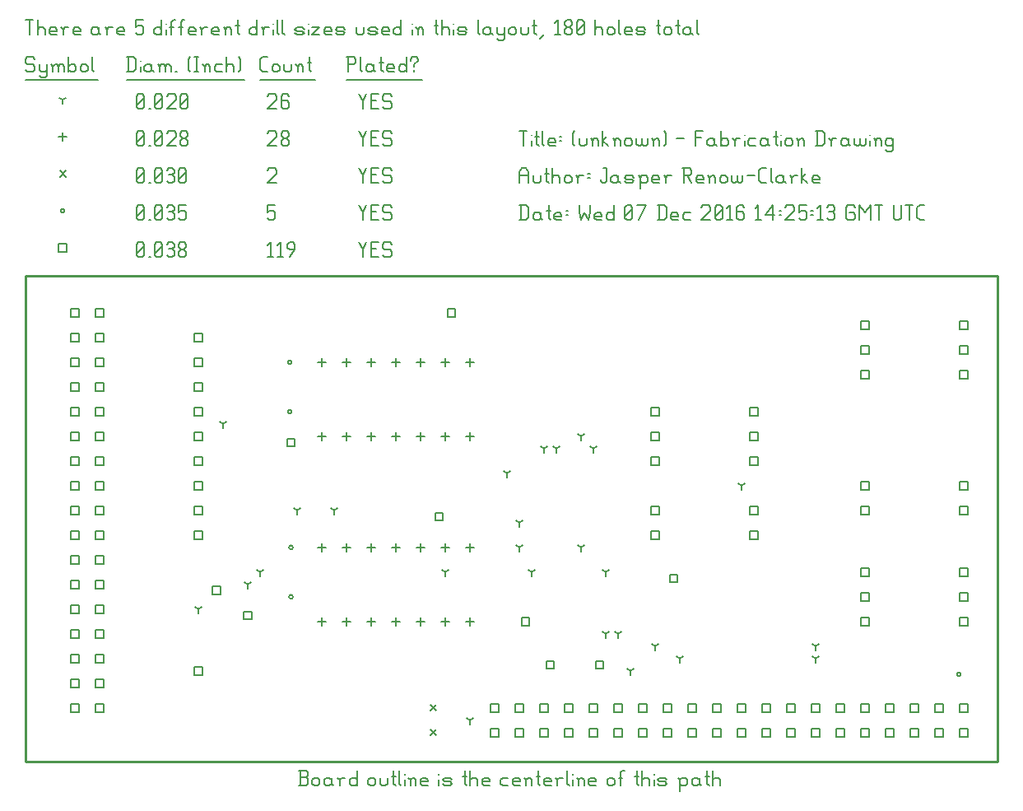
<source format=gbr>
G04 start of page 17 for group -3984 idx -3984 *
G04 Title: (unknown), fab *
G04 Creator: pcb 20110918 *
G04 CreationDate: Wed 07 Dec 2016 14:25:13 GMT UTC *
G04 For: jasper *
G04 Format: Gerber/RS-274X *
G04 PCB-Dimensions: 393701 196850 *
G04 PCB-Coordinate-Origin: lower left *
%MOIN*%
%FSLAX25Y25*%
%LNFAB*%
%ADD107C,0.0100*%
%ADD106C,0.0075*%
%ADD105C,0.0060*%
%ADD104C,0.0080*%
G54D104*X188400Y13450D02*X191600D01*
X188400D02*Y10250D01*
X191600D01*
Y13450D02*Y10250D01*
X188400Y23450D02*X191600D01*
X188400D02*Y20250D01*
X191600D01*
Y23450D02*Y20250D01*
X198400Y13450D02*X201600D01*
X198400D02*Y10250D01*
X201600D01*
Y13450D02*Y10250D01*
X198400Y23450D02*X201600D01*
X198400D02*Y20250D01*
X201600D01*
Y23450D02*Y20250D01*
X208400Y13450D02*X211600D01*
X208400D02*Y10250D01*
X211600D01*
Y13450D02*Y10250D01*
X208400Y23450D02*X211600D01*
X208400D02*Y20250D01*
X211600D01*
Y23450D02*Y20250D01*
X218400Y13450D02*X221600D01*
X218400D02*Y10250D01*
X221600D01*
Y13450D02*Y10250D01*
X218400Y23450D02*X221600D01*
X218400D02*Y20250D01*
X221600D01*
Y23450D02*Y20250D01*
X228400Y13450D02*X231600D01*
X228400D02*Y10250D01*
X231600D01*
Y13450D02*Y10250D01*
X228400Y23450D02*X231600D01*
X228400D02*Y20250D01*
X231600D01*
Y23450D02*Y20250D01*
X238400Y13450D02*X241600D01*
X238400D02*Y10250D01*
X241600D01*
Y13450D02*Y10250D01*
X238400Y23450D02*X241600D01*
X238400D02*Y20250D01*
X241600D01*
Y23450D02*Y20250D01*
X248400Y13450D02*X251600D01*
X248400D02*Y10250D01*
X251600D01*
Y13450D02*Y10250D01*
X248400Y23450D02*X251600D01*
X248400D02*Y20250D01*
X251600D01*
Y23450D02*Y20250D01*
X258400Y13450D02*X261600D01*
X258400D02*Y10250D01*
X261600D01*
Y13450D02*Y10250D01*
X258400Y23450D02*X261600D01*
X258400D02*Y20250D01*
X261600D01*
Y23450D02*Y20250D01*
X268400Y13450D02*X271600D01*
X268400D02*Y10250D01*
X271600D01*
Y13450D02*Y10250D01*
X268400Y23450D02*X271600D01*
X268400D02*Y20250D01*
X271600D01*
Y23450D02*Y20250D01*
X278400Y13450D02*X281600D01*
X278400D02*Y10250D01*
X281600D01*
Y13450D02*Y10250D01*
X278400Y23450D02*X281600D01*
X278400D02*Y20250D01*
X281600D01*
Y23450D02*Y20250D01*
X288400Y13450D02*X291600D01*
X288400D02*Y10250D01*
X291600D01*
Y13450D02*Y10250D01*
X288400Y23450D02*X291600D01*
X288400D02*Y20250D01*
X291600D01*
Y23450D02*Y20250D01*
X298400Y13450D02*X301600D01*
X298400D02*Y10250D01*
X301600D01*
Y13450D02*Y10250D01*
X298400Y23450D02*X301600D01*
X298400D02*Y20250D01*
X301600D01*
Y23450D02*Y20250D01*
X308400Y13450D02*X311600D01*
X308400D02*Y10250D01*
X311600D01*
Y13450D02*Y10250D01*
X308400Y23450D02*X311600D01*
X308400D02*Y20250D01*
X311600D01*
Y23450D02*Y20250D01*
X318400Y13450D02*X321600D01*
X318400D02*Y10250D01*
X321600D01*
Y13450D02*Y10250D01*
X318400Y23450D02*X321600D01*
X318400D02*Y20250D01*
X321600D01*
Y23450D02*Y20250D01*
X328400Y13450D02*X331600D01*
X328400D02*Y10250D01*
X331600D01*
Y13450D02*Y10250D01*
X328400Y23450D02*X331600D01*
X328400D02*Y20250D01*
X331600D01*
Y23450D02*Y20250D01*
X338400Y13450D02*X341600D01*
X338400D02*Y10250D01*
X341600D01*
Y13450D02*Y10250D01*
X338400Y23450D02*X341600D01*
X338400D02*Y20250D01*
X341600D01*
Y23450D02*Y20250D01*
X348400Y13450D02*X351600D01*
X348400D02*Y10250D01*
X351600D01*
Y13450D02*Y10250D01*
X348400Y23450D02*X351600D01*
X348400D02*Y20250D01*
X351600D01*
Y23450D02*Y20250D01*
X358400Y13450D02*X361600D01*
X358400D02*Y10250D01*
X361600D01*
Y13450D02*Y10250D01*
X358400Y23450D02*X361600D01*
X358400D02*Y20250D01*
X361600D01*
Y23450D02*Y20250D01*
X368400Y13450D02*X371600D01*
X368400D02*Y10250D01*
X371600D01*
Y13450D02*Y10250D01*
X368400Y23450D02*X371600D01*
X368400D02*Y20250D01*
X371600D01*
Y23450D02*Y20250D01*
X378400Y13450D02*X381600D01*
X378400D02*Y10250D01*
X381600D01*
Y13450D02*Y10250D01*
X378400Y23450D02*X381600D01*
X378400D02*Y20250D01*
X381600D01*
Y23450D02*Y20250D01*
X18400Y183450D02*X21600D01*
X18400D02*Y180250D01*
X21600D01*
Y183450D02*Y180250D01*
X28400Y183450D02*X31600D01*
X28400D02*Y180250D01*
X31600D01*
Y183450D02*Y180250D01*
X18400Y173450D02*X21600D01*
X18400D02*Y170250D01*
X21600D01*
Y173450D02*Y170250D01*
X28400Y173450D02*X31600D01*
X28400D02*Y170250D01*
X31600D01*
Y173450D02*Y170250D01*
X18400Y163450D02*X21600D01*
X18400D02*Y160250D01*
X21600D01*
Y163450D02*Y160250D01*
X28400Y163450D02*X31600D01*
X28400D02*Y160250D01*
X31600D01*
Y163450D02*Y160250D01*
X18400Y153450D02*X21600D01*
X18400D02*Y150250D01*
X21600D01*
Y153450D02*Y150250D01*
X28400Y153450D02*X31600D01*
X28400D02*Y150250D01*
X31600D01*
Y153450D02*Y150250D01*
X18400Y143450D02*X21600D01*
X18400D02*Y140250D01*
X21600D01*
Y143450D02*Y140250D01*
X28400Y143450D02*X31600D01*
X28400D02*Y140250D01*
X31600D01*
Y143450D02*Y140250D01*
X18400Y133450D02*X21600D01*
X18400D02*Y130250D01*
X21600D01*
Y133450D02*Y130250D01*
X28400Y133450D02*X31600D01*
X28400D02*Y130250D01*
X31600D01*
Y133450D02*Y130250D01*
X18400Y123450D02*X21600D01*
X18400D02*Y120250D01*
X21600D01*
Y123450D02*Y120250D01*
X28400Y123450D02*X31600D01*
X28400D02*Y120250D01*
X31600D01*
Y123450D02*Y120250D01*
X18400Y113450D02*X21600D01*
X18400D02*Y110250D01*
X21600D01*
Y113450D02*Y110250D01*
X28400Y113450D02*X31600D01*
X28400D02*Y110250D01*
X31600D01*
Y113450D02*Y110250D01*
X18400Y103450D02*X21600D01*
X18400D02*Y100250D01*
X21600D01*
Y103450D02*Y100250D01*
X28400Y103450D02*X31600D01*
X28400D02*Y100250D01*
X31600D01*
Y103450D02*Y100250D01*
X18400Y93450D02*X21600D01*
X18400D02*Y90250D01*
X21600D01*
Y93450D02*Y90250D01*
X28400Y93450D02*X31600D01*
X28400D02*Y90250D01*
X31600D01*
Y93450D02*Y90250D01*
X18400Y83450D02*X21600D01*
X18400D02*Y80250D01*
X21600D01*
Y83450D02*Y80250D01*
X28400Y83450D02*X31600D01*
X28400D02*Y80250D01*
X31600D01*
Y83450D02*Y80250D01*
X18400Y73450D02*X21600D01*
X18400D02*Y70250D01*
X21600D01*
Y73450D02*Y70250D01*
X28400Y73450D02*X31600D01*
X28400D02*Y70250D01*
X31600D01*
Y73450D02*Y70250D01*
X18400Y63450D02*X21600D01*
X18400D02*Y60250D01*
X21600D01*
Y63450D02*Y60250D01*
X28400Y63450D02*X31600D01*
X28400D02*Y60250D01*
X31600D01*
Y63450D02*Y60250D01*
X18400Y53450D02*X21600D01*
X18400D02*Y50250D01*
X21600D01*
Y53450D02*Y50250D01*
X28400Y53450D02*X31600D01*
X28400D02*Y50250D01*
X31600D01*
Y53450D02*Y50250D01*
X18400Y43450D02*X21600D01*
X18400D02*Y40250D01*
X21600D01*
Y43450D02*Y40250D01*
X28400Y43450D02*X31600D01*
X28400D02*Y40250D01*
X31600D01*
Y43450D02*Y40250D01*
X18400Y33450D02*X21600D01*
X18400D02*Y30250D01*
X21600D01*
Y33450D02*Y30250D01*
X28400Y33450D02*X31600D01*
X28400D02*Y30250D01*
X31600D01*
Y33450D02*Y30250D01*
X18400Y23450D02*X21600D01*
X18400D02*Y20250D01*
X21600D01*
Y23450D02*Y20250D01*
X28400Y23450D02*X31600D01*
X28400D02*Y20250D01*
X31600D01*
Y23450D02*Y20250D01*
X253400Y123450D02*X256600D01*
X253400D02*Y120250D01*
X256600D01*
Y123450D02*Y120250D01*
X293400Y123450D02*X296600D01*
X293400D02*Y120250D01*
X296600D01*
Y123450D02*Y120250D01*
X68400Y143450D02*X71600D01*
X68400D02*Y140250D01*
X71600D01*
Y143450D02*Y140250D01*
X68400Y133450D02*X71600D01*
X68400D02*Y130250D01*
X71600D01*
Y133450D02*Y130250D01*
X68400Y123450D02*X71600D01*
X68400D02*Y120250D01*
X71600D01*
Y123450D02*Y120250D01*
X68400Y173450D02*X71600D01*
X68400D02*Y170250D01*
X71600D01*
Y173450D02*Y170250D01*
X68400Y163450D02*X71600D01*
X68400D02*Y160250D01*
X71600D01*
Y163450D02*Y160250D01*
X68400Y153450D02*X71600D01*
X68400D02*Y150250D01*
X71600D01*
Y153450D02*Y150250D01*
X253400Y143450D02*X256600D01*
X253400D02*Y140250D01*
X256600D01*
Y143450D02*Y140250D01*
X293400Y143450D02*X296600D01*
X293400D02*Y140250D01*
X296600D01*
Y143450D02*Y140250D01*
X338400Y68450D02*X341600D01*
X338400D02*Y65250D01*
X341600D01*
Y68450D02*Y65250D01*
X378400Y68450D02*X381600D01*
X378400D02*Y65250D01*
X381600D01*
Y68450D02*Y65250D01*
X338400Y78450D02*X341600D01*
X338400D02*Y75250D01*
X341600D01*
Y78450D02*Y75250D01*
X378400Y78450D02*X381600D01*
X378400D02*Y75250D01*
X381600D01*
Y78450D02*Y75250D01*
X378400Y58450D02*X381600D01*
X378400D02*Y55250D01*
X381600D01*
Y58450D02*Y55250D01*
X338400Y58450D02*X341600D01*
X338400D02*Y55250D01*
X341600D01*
Y58450D02*Y55250D01*
X293400Y133450D02*X296600D01*
X293400D02*Y130250D01*
X296600D01*
Y133450D02*Y130250D01*
X253400Y133450D02*X256600D01*
X253400D02*Y130250D01*
X256600D01*
Y133450D02*Y130250D01*
X293400Y93450D02*X296600D01*
X293400D02*Y90250D01*
X296600D01*
Y93450D02*Y90250D01*
X253400Y93450D02*X256600D01*
X253400D02*Y90250D01*
X256600D01*
Y93450D02*Y90250D01*
X293400Y103450D02*X296600D01*
X293400D02*Y100250D01*
X296600D01*
Y103450D02*Y100250D01*
X253400Y103450D02*X256600D01*
X253400D02*Y100250D01*
X256600D01*
Y103450D02*Y100250D01*
X68400Y113450D02*X71600D01*
X68400D02*Y110250D01*
X71600D01*
Y113450D02*Y110250D01*
X68400Y103450D02*X71600D01*
X68400D02*Y100250D01*
X71600D01*
Y103450D02*Y100250D01*
X68400Y93450D02*X71600D01*
X68400D02*Y90250D01*
X71600D01*
Y93450D02*Y90250D01*
X338400Y113450D02*X341600D01*
X338400D02*Y110250D01*
X341600D01*
Y113450D02*Y110250D01*
X378400Y113450D02*X381600D01*
X378400D02*Y110250D01*
X381600D01*
Y113450D02*Y110250D01*
X338400Y103450D02*X341600D01*
X338400D02*Y100250D01*
X341600D01*
Y103450D02*Y100250D01*
X378400Y103450D02*X381600D01*
X378400D02*Y100250D01*
X381600D01*
Y103450D02*Y100250D01*
X338400Y158450D02*X341600D01*
X338400D02*Y155250D01*
X341600D01*
Y158450D02*Y155250D01*
X378400Y158450D02*X381600D01*
X378400D02*Y155250D01*
X381600D01*
Y158450D02*Y155250D01*
X338400Y178450D02*X341600D01*
X338400D02*Y175250D01*
X341600D01*
Y178450D02*Y175250D01*
X378400Y178450D02*X381600D01*
X378400D02*Y175250D01*
X381600D01*
Y178450D02*Y175250D01*
X338400Y168450D02*X341600D01*
X338400D02*Y165250D01*
X341600D01*
Y168450D02*Y165250D01*
X378400Y168450D02*X381600D01*
X378400D02*Y165250D01*
X381600D01*
Y168450D02*Y165250D01*
X68400Y38450D02*X71600D01*
X68400D02*Y35250D01*
X71600D01*
Y38450D02*Y35250D01*
X75683Y71019D02*X78883D01*
X75683D02*Y67819D01*
X78883D01*
Y71019D02*Y67819D01*
X200900Y58450D02*X204100D01*
X200900D02*Y55250D01*
X204100D01*
Y58450D02*Y55250D01*
X165900Y100950D02*X169100D01*
X165900D02*Y97750D01*
X169100D01*
Y100950D02*Y97750D01*
X210900Y40950D02*X214100D01*
X210900D02*Y37750D01*
X214100D01*
Y40950D02*Y37750D01*
X230900Y40950D02*X234100D01*
X230900D02*Y37750D01*
X234100D01*
Y40950D02*Y37750D01*
X260900Y75950D02*X264100D01*
X260900D02*Y72750D01*
X264100D01*
Y75950D02*Y72750D01*
X88400Y60950D02*X91600D01*
X88400D02*Y57750D01*
X91600D01*
Y60950D02*Y57750D01*
X170900Y183450D02*X174100D01*
X170900D02*Y180250D01*
X174100D01*
Y183450D02*Y180250D01*
X105900Y130950D02*X109100D01*
X105900D02*Y127750D01*
X109100D01*
Y130950D02*Y127750D01*
X13400Y209700D02*X16600D01*
X13400D02*Y206500D01*
X16600D01*
Y209700D02*Y206500D01*
G54D105*X135000Y210350D02*X136500Y207350D01*
X138000Y210350D01*
X136500Y207350D02*Y204350D01*
X139800Y207650D02*X142050D01*
X139800Y204350D02*X142800D01*
X139800Y210350D02*Y204350D01*
Y210350D02*X142800D01*
X147600D02*X148350Y209600D01*
X145350Y210350D02*X147600D01*
X144600Y209600D02*X145350Y210350D01*
X144600Y209600D02*Y208100D01*
X145350Y207350D01*
X147600D01*
X148350Y206600D01*
Y205100D01*
X147600Y204350D02*X148350Y205100D01*
X145350Y204350D02*X147600D01*
X144600Y205100D02*X145350Y204350D01*
X98000Y209150D02*X99200Y210350D01*
Y204350D01*
X98000D02*X100250D01*
X102050Y209150D02*X103250Y210350D01*
Y204350D01*
X102050D02*X104300D01*
X106850D02*X109100Y207350D01*
Y209600D02*Y207350D01*
X108350Y210350D02*X109100Y209600D01*
X106850Y210350D02*X108350D01*
X106100Y209600D02*X106850Y210350D01*
X106100Y209600D02*Y208100D01*
X106850Y207350D01*
X109100D01*
X45000Y205100D02*X45750Y204350D01*
X45000Y209600D02*Y205100D01*
Y209600D02*X45750Y210350D01*
X47250D01*
X48000Y209600D01*
Y205100D01*
X47250Y204350D02*X48000Y205100D01*
X45750Y204350D02*X47250D01*
X45000Y205850D02*X48000Y208850D01*
X49800Y204350D02*X50550D01*
X52350Y205100D02*X53100Y204350D01*
X52350Y209600D02*Y205100D01*
Y209600D02*X53100Y210350D01*
X54600D01*
X55350Y209600D01*
Y205100D01*
X54600Y204350D02*X55350Y205100D01*
X53100Y204350D02*X54600D01*
X52350Y205850D02*X55350Y208850D01*
X57150Y209600D02*X57900Y210350D01*
X59400D01*
X60150Y209600D01*
X59400Y204350D02*X60150Y205100D01*
X57900Y204350D02*X59400D01*
X57150Y205100D02*X57900Y204350D01*
Y207650D02*X59400D01*
X60150Y209600D02*Y208400D01*
Y206900D02*Y205100D01*
Y206900D02*X59400Y207650D01*
X60150Y208400D02*X59400Y207650D01*
X61950Y205100D02*X62700Y204350D01*
X61950Y206300D02*Y205100D01*
Y206300D02*X63000Y207350D01*
X63900D01*
X64950Y206300D01*
Y205100D01*
X64200Y204350D02*X64950Y205100D01*
X62700Y204350D02*X64200D01*
X61950Y208400D02*X63000Y207350D01*
X61950Y209600D02*Y208400D01*
Y209600D02*X62700Y210350D01*
X64200D01*
X64950Y209600D01*
Y208400D01*
X63900Y207350D02*X64950Y208400D01*
X106180Y141819D02*G75*G03X107780Y141819I800J0D01*G01*
G75*G03X106180Y141819I-800J0D01*G01*
Y161819D02*G75*G03X107780Y161819I800J0D01*G01*
G75*G03X106180Y161819I-800J0D01*G01*
X106700Y66850D02*G75*G03X108300Y66850I800J0D01*G01*
G75*G03X106700Y66850I-800J0D01*G01*
Y86850D02*G75*G03X108300Y86850I800J0D01*G01*
G75*G03X106700Y86850I-800J0D01*G01*
X377153Y35433D02*G75*G03X378753Y35433I800J0D01*G01*
G75*G03X377153Y35433I-800J0D01*G01*
X14200Y223100D02*G75*G03X15800Y223100I800J0D01*G01*
G75*G03X14200Y223100I-800J0D01*G01*
X135000Y225350D02*X136500Y222350D01*
X138000Y225350D01*
X136500Y222350D02*Y219350D01*
X139800Y222650D02*X142050D01*
X139800Y219350D02*X142800D01*
X139800Y225350D02*Y219350D01*
Y225350D02*X142800D01*
X147600D02*X148350Y224600D01*
X145350Y225350D02*X147600D01*
X144600Y224600D02*X145350Y225350D01*
X144600Y224600D02*Y223100D01*
X145350Y222350D01*
X147600D01*
X148350Y221600D01*
Y220100D01*
X147600Y219350D02*X148350Y220100D01*
X145350Y219350D02*X147600D01*
X144600Y220100D02*X145350Y219350D01*
X98000Y225350D02*X101000D01*
X98000D02*Y222350D01*
X98750Y223100D01*
X100250D01*
X101000Y222350D01*
Y220100D01*
X100250Y219350D02*X101000Y220100D01*
X98750Y219350D02*X100250D01*
X98000Y220100D02*X98750Y219350D01*
X45000Y220100D02*X45750Y219350D01*
X45000Y224600D02*Y220100D01*
Y224600D02*X45750Y225350D01*
X47250D01*
X48000Y224600D01*
Y220100D01*
X47250Y219350D02*X48000Y220100D01*
X45750Y219350D02*X47250D01*
X45000Y220850D02*X48000Y223850D01*
X49800Y219350D02*X50550D01*
X52350Y220100D02*X53100Y219350D01*
X52350Y224600D02*Y220100D01*
Y224600D02*X53100Y225350D01*
X54600D01*
X55350Y224600D01*
Y220100D01*
X54600Y219350D02*X55350Y220100D01*
X53100Y219350D02*X54600D01*
X52350Y220850D02*X55350Y223850D01*
X57150Y224600D02*X57900Y225350D01*
X59400D01*
X60150Y224600D01*
X59400Y219350D02*X60150Y220100D01*
X57900Y219350D02*X59400D01*
X57150Y220100D02*X57900Y219350D01*
Y222650D02*X59400D01*
X60150Y224600D02*Y223400D01*
Y221900D02*Y220100D01*
Y221900D02*X59400Y222650D01*
X60150Y223400D02*X59400Y222650D01*
X61950Y225350D02*X64950D01*
X61950D02*Y222350D01*
X62700Y223100D01*
X64200D01*
X64950Y222350D01*
Y220100D01*
X64200Y219350D02*X64950Y220100D01*
X62700Y219350D02*X64200D01*
X61950Y220100D02*X62700Y219350D01*
X163800Y23050D02*X166200Y20650D01*
X163800D02*X166200Y23050D01*
X163800Y13050D02*X166200Y10650D01*
X163800D02*X166200Y13050D01*
X13800Y239300D02*X16200Y236900D01*
X13800D02*X16200Y239300D01*
X135000Y240350D02*X136500Y237350D01*
X138000Y240350D01*
X136500Y237350D02*Y234350D01*
X139800Y237650D02*X142050D01*
X139800Y234350D02*X142800D01*
X139800Y240350D02*Y234350D01*
Y240350D02*X142800D01*
X147600D02*X148350Y239600D01*
X145350Y240350D02*X147600D01*
X144600Y239600D02*X145350Y240350D01*
X144600Y239600D02*Y238100D01*
X145350Y237350D01*
X147600D01*
X148350Y236600D01*
Y235100D01*
X147600Y234350D02*X148350Y235100D01*
X145350Y234350D02*X147600D01*
X144600Y235100D02*X145350Y234350D01*
X98000Y239600D02*X98750Y240350D01*
X101000D01*
X101750Y239600D01*
Y238100D01*
X98000Y234350D02*X101750Y238100D01*
X98000Y234350D02*X101750D01*
X45000Y235100D02*X45750Y234350D01*
X45000Y239600D02*Y235100D01*
Y239600D02*X45750Y240350D01*
X47250D01*
X48000Y239600D01*
Y235100D01*
X47250Y234350D02*X48000Y235100D01*
X45750Y234350D02*X47250D01*
X45000Y235850D02*X48000Y238850D01*
X49800Y234350D02*X50550D01*
X52350Y235100D02*X53100Y234350D01*
X52350Y239600D02*Y235100D01*
Y239600D02*X53100Y240350D01*
X54600D01*
X55350Y239600D01*
Y235100D01*
X54600Y234350D02*X55350Y235100D01*
X53100Y234350D02*X54600D01*
X52350Y235850D02*X55350Y238850D01*
X57150Y239600D02*X57900Y240350D01*
X59400D01*
X60150Y239600D01*
X59400Y234350D02*X60150Y235100D01*
X57900Y234350D02*X59400D01*
X57150Y235100D02*X57900Y234350D01*
Y237650D02*X59400D01*
X60150Y239600D02*Y238400D01*
Y236900D02*Y235100D01*
Y236900D02*X59400Y237650D01*
X60150Y238400D02*X59400Y237650D01*
X61950Y235100D02*X62700Y234350D01*
X61950Y239600D02*Y235100D01*
Y239600D02*X62700Y240350D01*
X64200D01*
X64950Y239600D01*
Y235100D01*
X64200Y234350D02*X64950Y235100D01*
X62700Y234350D02*X64200D01*
X61950Y235850D02*X64950Y238850D01*
X120000Y133450D02*Y130250D01*
X118400Y131850D02*X121600D01*
X130000Y133450D02*Y130250D01*
X128400Y131850D02*X131600D01*
X140000Y133450D02*Y130250D01*
X138400Y131850D02*X141600D01*
X150000Y133450D02*Y130250D01*
X148400Y131850D02*X151600D01*
X160000Y133450D02*Y130250D01*
X158400Y131850D02*X161600D01*
X170000Y133450D02*Y130250D01*
X168400Y131850D02*X171600D01*
X180000Y133450D02*Y130250D01*
X178400Y131850D02*X181600D01*
X180000Y163450D02*Y160250D01*
X178400Y161850D02*X181600D01*
X170000Y163450D02*Y160250D01*
X168400Y161850D02*X171600D01*
X160000Y163450D02*Y160250D01*
X158400Y161850D02*X161600D01*
X150000Y163450D02*Y160250D01*
X148400Y161850D02*X151600D01*
X140000Y163450D02*Y160250D01*
X138400Y161850D02*X141600D01*
X130000Y163450D02*Y160250D01*
X128400Y161850D02*X131600D01*
X120000Y163450D02*Y160250D01*
X118400Y161850D02*X121600D01*
X120000Y58450D02*Y55250D01*
X118400Y56850D02*X121600D01*
X130000Y58450D02*Y55250D01*
X128400Y56850D02*X131600D01*
X140000Y58450D02*Y55250D01*
X138400Y56850D02*X141600D01*
X150000Y58450D02*Y55250D01*
X148400Y56850D02*X151600D01*
X160000Y58450D02*Y55250D01*
X158400Y56850D02*X161600D01*
X170000Y58450D02*Y55250D01*
X168400Y56850D02*X171600D01*
X180000Y58450D02*Y55250D01*
X178400Y56850D02*X181600D01*
X180000Y88450D02*Y85250D01*
X178400Y86850D02*X181600D01*
X170000Y88450D02*Y85250D01*
X168400Y86850D02*X171600D01*
X160000Y88450D02*Y85250D01*
X158400Y86850D02*X161600D01*
X150000Y88450D02*Y85250D01*
X148400Y86850D02*X151600D01*
X140000Y88450D02*Y85250D01*
X138400Y86850D02*X141600D01*
X130000Y88450D02*Y85250D01*
X128400Y86850D02*X131600D01*
X120000Y88450D02*Y85250D01*
X118400Y86850D02*X121600D01*
X15000Y254700D02*Y251500D01*
X13400Y253100D02*X16600D01*
X135000Y255350D02*X136500Y252350D01*
X138000Y255350D01*
X136500Y252350D02*Y249350D01*
X139800Y252650D02*X142050D01*
X139800Y249350D02*X142800D01*
X139800Y255350D02*Y249350D01*
Y255350D02*X142800D01*
X147600D02*X148350Y254600D01*
X145350Y255350D02*X147600D01*
X144600Y254600D02*X145350Y255350D01*
X144600Y254600D02*Y253100D01*
X145350Y252350D01*
X147600D01*
X148350Y251600D01*
Y250100D01*
X147600Y249350D02*X148350Y250100D01*
X145350Y249350D02*X147600D01*
X144600Y250100D02*X145350Y249350D01*
X98000Y254600D02*X98750Y255350D01*
X101000D01*
X101750Y254600D01*
Y253100D01*
X98000Y249350D02*X101750Y253100D01*
X98000Y249350D02*X101750D01*
X103550Y250100D02*X104300Y249350D01*
X103550Y251300D02*Y250100D01*
Y251300D02*X104600Y252350D01*
X105500D01*
X106550Y251300D01*
Y250100D01*
X105800Y249350D02*X106550Y250100D01*
X104300Y249350D02*X105800D01*
X103550Y253400D02*X104600Y252350D01*
X103550Y254600D02*Y253400D01*
Y254600D02*X104300Y255350D01*
X105800D01*
X106550Y254600D01*
Y253400D01*
X105500Y252350D02*X106550Y253400D01*
X45000Y250100D02*X45750Y249350D01*
X45000Y254600D02*Y250100D01*
Y254600D02*X45750Y255350D01*
X47250D01*
X48000Y254600D01*
Y250100D01*
X47250Y249350D02*X48000Y250100D01*
X45750Y249350D02*X47250D01*
X45000Y250850D02*X48000Y253850D01*
X49800Y249350D02*X50550D01*
X52350Y250100D02*X53100Y249350D01*
X52350Y254600D02*Y250100D01*
Y254600D02*X53100Y255350D01*
X54600D01*
X55350Y254600D01*
Y250100D01*
X54600Y249350D02*X55350Y250100D01*
X53100Y249350D02*X54600D01*
X52350Y250850D02*X55350Y253850D01*
X57150Y254600D02*X57900Y255350D01*
X60150D01*
X60900Y254600D01*
Y253100D01*
X57150Y249350D02*X60900Y253100D01*
X57150Y249350D02*X60900D01*
X62700Y250100D02*X63450Y249350D01*
X62700Y251300D02*Y250100D01*
Y251300D02*X63750Y252350D01*
X64650D01*
X65700Y251300D01*
Y250100D01*
X64950Y249350D02*X65700Y250100D01*
X63450Y249350D02*X64950D01*
X62700Y253400D02*X63750Y252350D01*
X62700Y254600D02*Y253400D01*
Y254600D02*X63450Y255350D01*
X64950D01*
X65700Y254600D01*
Y253400D01*
X64650Y252350D02*X65700Y253400D01*
X70000Y61850D02*Y60250D01*
Y61850D02*X71387Y62650D01*
X70000Y61850D02*X68613Y62650D01*
X210000Y126850D02*Y125250D01*
Y126850D02*X211387Y127650D01*
X210000Y126850D02*X208613Y127650D01*
X215000Y126850D02*Y125250D01*
Y126850D02*X216387Y127650D01*
X215000Y126850D02*X213613Y127650D01*
X200000Y96850D02*Y95250D01*
Y96850D02*X201387Y97650D01*
X200000Y96850D02*X198613Y97650D01*
X195000Y116850D02*Y115250D01*
Y116850D02*X196387Y117650D01*
X195000Y116850D02*X193613Y117650D01*
X225000Y131850D02*Y130250D01*
Y131850D02*X226387Y132650D01*
X225000Y131850D02*X223613Y132650D01*
X225000Y86850D02*Y85250D01*
Y86850D02*X226387Y87650D01*
X225000Y86850D02*X223613Y87650D01*
X200000Y86850D02*Y85250D01*
Y86850D02*X201387Y87650D01*
X200000Y86850D02*X198613Y87650D01*
X230000Y126850D02*Y125250D01*
Y126850D02*X231387Y127650D01*
X230000Y126850D02*X228613Y127650D01*
X240000Y51850D02*Y50250D01*
Y51850D02*X241387Y52650D01*
X240000Y51850D02*X238613Y52650D01*
X80000Y136850D02*Y135250D01*
Y136850D02*X81387Y137650D01*
X80000Y136850D02*X78613Y137650D01*
X110000Y101850D02*Y100250D01*
Y101850D02*X111387Y102650D01*
X110000Y101850D02*X108613Y102650D01*
X90000Y71850D02*Y70250D01*
Y71850D02*X91387Y72650D01*
X90000Y71850D02*X88613Y72650D01*
X95000Y76850D02*Y75250D01*
Y76850D02*X96387Y77650D01*
X95000Y76850D02*X93613Y77650D01*
X170000Y76850D02*Y75250D01*
Y76850D02*X171387Y77650D01*
X170000Y76850D02*X168613Y77650D01*
X180000Y16850D02*Y15250D01*
Y16850D02*X181387Y17650D01*
X180000Y16850D02*X178613Y17650D01*
X235000Y76850D02*Y75250D01*
Y76850D02*X236387Y77650D01*
X235000Y76850D02*X233613Y77650D01*
X235000Y51850D02*Y50250D01*
Y51850D02*X236387Y52650D01*
X235000Y51850D02*X233613Y52650D01*
X245000Y36850D02*Y35250D01*
Y36850D02*X246387Y37650D01*
X245000Y36850D02*X243613Y37650D01*
X205000Y76850D02*Y75250D01*
Y76850D02*X206387Y77650D01*
X205000Y76850D02*X203613Y77650D01*
X255000Y46850D02*Y45250D01*
Y46850D02*X256387Y47650D01*
X255000Y46850D02*X253613Y47650D01*
X320000Y41850D02*Y40250D01*
Y41850D02*X321387Y42650D01*
X320000Y41850D02*X318613Y42650D01*
X320000Y46850D02*Y45250D01*
Y46850D02*X321387Y47650D01*
X320000Y46850D02*X318613Y47650D01*
X265000Y41850D02*Y40250D01*
Y41850D02*X266387Y42650D01*
X265000Y41850D02*X263613Y42650D01*
X290000Y111850D02*Y110250D01*
Y111850D02*X291387Y112650D01*
X290000Y111850D02*X288613Y112650D01*
X125000Y101850D02*Y100250D01*
Y101850D02*X126387Y102650D01*
X125000Y101850D02*X123613Y102650D01*
X15000Y268100D02*Y266500D01*
Y268100D02*X16387Y268900D01*
X15000Y268100D02*X13613Y268900D01*
X135000Y270350D02*X136500Y267350D01*
X138000Y270350D01*
X136500Y267350D02*Y264350D01*
X139800Y267650D02*X142050D01*
X139800Y264350D02*X142800D01*
X139800Y270350D02*Y264350D01*
Y270350D02*X142800D01*
X147600D02*X148350Y269600D01*
X145350Y270350D02*X147600D01*
X144600Y269600D02*X145350Y270350D01*
X144600Y269600D02*Y268100D01*
X145350Y267350D01*
X147600D01*
X148350Y266600D01*
Y265100D01*
X147600Y264350D02*X148350Y265100D01*
X145350Y264350D02*X147600D01*
X144600Y265100D02*X145350Y264350D01*
X98000Y269600D02*X98750Y270350D01*
X101000D01*
X101750Y269600D01*
Y268100D01*
X98000Y264350D02*X101750Y268100D01*
X98000Y264350D02*X101750D01*
X105800Y270350D02*X106550Y269600D01*
X104300Y270350D02*X105800D01*
X103550Y269600D02*X104300Y270350D01*
X103550Y269600D02*Y265100D01*
X104300Y264350D01*
X105800Y267650D02*X106550Y266900D01*
X103550Y267650D02*X105800D01*
X104300Y264350D02*X105800D01*
X106550Y265100D01*
Y266900D02*Y265100D01*
X45000D02*X45750Y264350D01*
X45000Y269600D02*Y265100D01*
Y269600D02*X45750Y270350D01*
X47250D01*
X48000Y269600D01*
Y265100D01*
X47250Y264350D02*X48000Y265100D01*
X45750Y264350D02*X47250D01*
X45000Y265850D02*X48000Y268850D01*
X49800Y264350D02*X50550D01*
X52350Y265100D02*X53100Y264350D01*
X52350Y269600D02*Y265100D01*
Y269600D02*X53100Y270350D01*
X54600D01*
X55350Y269600D01*
Y265100D01*
X54600Y264350D02*X55350Y265100D01*
X53100Y264350D02*X54600D01*
X52350Y265850D02*X55350Y268850D01*
X57150Y269600D02*X57900Y270350D01*
X60150D01*
X60900Y269600D01*
Y268100D01*
X57150Y264350D02*X60900Y268100D01*
X57150Y264350D02*X60900D01*
X62700Y265100D02*X63450Y264350D01*
X62700Y269600D02*Y265100D01*
Y269600D02*X63450Y270350D01*
X64950D01*
X65700Y269600D01*
Y265100D01*
X64950Y264350D02*X65700Y265100D01*
X63450Y264350D02*X64950D01*
X62700Y265850D02*X65700Y268850D01*
X3000Y285350D02*X3750Y284600D01*
X750Y285350D02*X3000D01*
X0Y284600D02*X750Y285350D01*
X0Y284600D02*Y283100D01*
X750Y282350D01*
X3000D01*
X3750Y281600D01*
Y280100D01*
X3000Y279350D02*X3750Y280100D01*
X750Y279350D02*X3000D01*
X0Y280100D02*X750Y279350D01*
X5550Y282350D02*Y280100D01*
X6300Y279350D01*
X8550Y282350D02*Y277850D01*
X7800Y277100D02*X8550Y277850D01*
X6300Y277100D02*X7800D01*
X5550Y277850D02*X6300Y277100D01*
Y279350D02*X7800D01*
X8550Y280100D01*
X11100Y281600D02*Y279350D01*
Y281600D02*X11850Y282350D01*
X12600D01*
X13350Y281600D01*
Y279350D01*
Y281600D02*X14100Y282350D01*
X14850D01*
X15600Y281600D01*
Y279350D01*
X10350Y282350D02*X11100Y281600D01*
X17400Y285350D02*Y279350D01*
Y280100D02*X18150Y279350D01*
X19650D01*
X20400Y280100D01*
Y281600D02*Y280100D01*
X19650Y282350D02*X20400Y281600D01*
X18150Y282350D02*X19650D01*
X17400Y281600D02*X18150Y282350D01*
X22200Y281600D02*Y280100D01*
Y281600D02*X22950Y282350D01*
X24450D01*
X25200Y281600D01*
Y280100D01*
X24450Y279350D02*X25200Y280100D01*
X22950Y279350D02*X24450D01*
X22200Y280100D02*X22950Y279350D01*
X27000Y285350D02*Y280100D01*
X27750Y279350D01*
X0Y276100D02*X29250D01*
X41750Y285350D02*Y279350D01*
X43700Y285350D02*X44750Y284300D01*
Y280400D01*
X43700Y279350D02*X44750Y280400D01*
X41000Y279350D02*X43700D01*
X41000Y285350D02*X43700D01*
G54D106*X46550Y283850D02*Y283700D01*
G54D105*Y281600D02*Y279350D01*
X50300Y282350D02*X51050Y281600D01*
X48800Y282350D02*X50300D01*
X48050Y281600D02*X48800Y282350D01*
X48050Y281600D02*Y280100D01*
X48800Y279350D01*
X51050Y282350D02*Y280100D01*
X51800Y279350D01*
X48800D02*X50300D01*
X51050Y280100D01*
X54350Y281600D02*Y279350D01*
Y281600D02*X55100Y282350D01*
X55850D01*
X56600Y281600D01*
Y279350D01*
Y281600D02*X57350Y282350D01*
X58100D01*
X58850Y281600D01*
Y279350D01*
X53600Y282350D02*X54350Y281600D01*
X60650Y279350D02*X61400D01*
X65900Y280100D02*X66650Y279350D01*
X65900Y284600D02*X66650Y285350D01*
X65900Y284600D02*Y280100D01*
X68450Y285350D02*X69950D01*
X69200D02*Y279350D01*
X68450D02*X69950D01*
X72500Y281600D02*Y279350D01*
Y281600D02*X73250Y282350D01*
X74000D01*
X74750Y281600D01*
Y279350D01*
X71750Y282350D02*X72500Y281600D01*
X77300Y282350D02*X79550D01*
X76550Y281600D02*X77300Y282350D01*
X76550Y281600D02*Y280100D01*
X77300Y279350D01*
X79550D01*
X81350Y285350D02*Y279350D01*
Y281600D02*X82100Y282350D01*
X83600D01*
X84350Y281600D01*
Y279350D01*
X86150Y285350D02*X86900Y284600D01*
Y280100D01*
X86150Y279350D02*X86900Y280100D01*
X41000Y276100D02*X88700D01*
X96050Y279350D02*X98000D01*
X95000Y280400D02*X96050Y279350D01*
X95000Y284300D02*Y280400D01*
Y284300D02*X96050Y285350D01*
X98000D01*
X99800Y281600D02*Y280100D01*
Y281600D02*X100550Y282350D01*
X102050D01*
X102800Y281600D01*
Y280100D01*
X102050Y279350D02*X102800Y280100D01*
X100550Y279350D02*X102050D01*
X99800Y280100D02*X100550Y279350D01*
X104600Y282350D02*Y280100D01*
X105350Y279350D01*
X106850D01*
X107600Y280100D01*
Y282350D02*Y280100D01*
X110150Y281600D02*Y279350D01*
Y281600D02*X110900Y282350D01*
X111650D01*
X112400Y281600D01*
Y279350D01*
X109400Y282350D02*X110150Y281600D01*
X114950Y285350D02*Y280100D01*
X115700Y279350D01*
X114200Y283100D02*X115700D01*
X95000Y276100D02*X117200D01*
X130750Y285350D02*Y279350D01*
X130000Y285350D02*X133000D01*
X133750Y284600D01*
Y283100D01*
X133000Y282350D02*X133750Y283100D01*
X130750Y282350D02*X133000D01*
X135550Y285350D02*Y280100D01*
X136300Y279350D01*
X140050Y282350D02*X140800Y281600D01*
X138550Y282350D02*X140050D01*
X137800Y281600D02*X138550Y282350D01*
X137800Y281600D02*Y280100D01*
X138550Y279350D01*
X140800Y282350D02*Y280100D01*
X141550Y279350D01*
X138550D02*X140050D01*
X140800Y280100D01*
X144100Y285350D02*Y280100D01*
X144850Y279350D01*
X143350Y283100D02*X144850D01*
X147100Y279350D02*X149350D01*
X146350Y280100D02*X147100Y279350D01*
X146350Y281600D02*Y280100D01*
Y281600D02*X147100Y282350D01*
X148600D01*
X149350Y281600D01*
X146350Y280850D02*X149350D01*
Y281600D02*Y280850D01*
X154150Y285350D02*Y279350D01*
X153400D02*X154150Y280100D01*
X151900Y279350D02*X153400D01*
X151150Y280100D02*X151900Y279350D01*
X151150Y281600D02*Y280100D01*
Y281600D02*X151900Y282350D01*
X153400D01*
X154150Y281600D01*
X157450Y282350D02*Y281600D01*
Y280100D02*Y279350D01*
X155950Y284600D02*Y283850D01*
Y284600D02*X156700Y285350D01*
X158200D01*
X158950Y284600D01*
Y283850D01*
X157450Y282350D02*X158950Y283850D01*
X130000Y276100D02*X160750D01*
X0Y300350D02*X3000D01*
X1500D02*Y294350D01*
X4800Y300350D02*Y294350D01*
Y296600D02*X5550Y297350D01*
X7050D01*
X7800Y296600D01*
Y294350D01*
X10350D02*X12600D01*
X9600Y295100D02*X10350Y294350D01*
X9600Y296600D02*Y295100D01*
Y296600D02*X10350Y297350D01*
X11850D01*
X12600Y296600D01*
X9600Y295850D02*X12600D01*
Y296600D02*Y295850D01*
X15150Y296600D02*Y294350D01*
Y296600D02*X15900Y297350D01*
X17400D01*
X14400D02*X15150Y296600D01*
X19950Y294350D02*X22200D01*
X19200Y295100D02*X19950Y294350D01*
X19200Y296600D02*Y295100D01*
Y296600D02*X19950Y297350D01*
X21450D01*
X22200Y296600D01*
X19200Y295850D02*X22200D01*
Y296600D02*Y295850D01*
X28950Y297350D02*X29700Y296600D01*
X27450Y297350D02*X28950D01*
X26700Y296600D02*X27450Y297350D01*
X26700Y296600D02*Y295100D01*
X27450Y294350D01*
X29700Y297350D02*Y295100D01*
X30450Y294350D01*
X27450D02*X28950D01*
X29700Y295100D01*
X33000Y296600D02*Y294350D01*
Y296600D02*X33750Y297350D01*
X35250D01*
X32250D02*X33000Y296600D01*
X37800Y294350D02*X40050D01*
X37050Y295100D02*X37800Y294350D01*
X37050Y296600D02*Y295100D01*
Y296600D02*X37800Y297350D01*
X39300D01*
X40050Y296600D01*
X37050Y295850D02*X40050D01*
Y296600D02*Y295850D01*
X44550Y300350D02*X47550D01*
X44550D02*Y297350D01*
X45300Y298100D01*
X46800D01*
X47550Y297350D01*
Y295100D01*
X46800Y294350D02*X47550Y295100D01*
X45300Y294350D02*X46800D01*
X44550Y295100D02*X45300Y294350D01*
X55050Y300350D02*Y294350D01*
X54300D02*X55050Y295100D01*
X52800Y294350D02*X54300D01*
X52050Y295100D02*X52800Y294350D01*
X52050Y296600D02*Y295100D01*
Y296600D02*X52800Y297350D01*
X54300D01*
X55050Y296600D01*
G54D106*X56850Y298850D02*Y298700D01*
G54D105*Y296600D02*Y294350D01*
X59100Y299600D02*Y294350D01*
Y299600D02*X59850Y300350D01*
X60600D01*
X58350Y297350D02*X59850D01*
X62850Y299600D02*Y294350D01*
Y299600D02*X63600Y300350D01*
X64350D01*
X62100Y297350D02*X63600D01*
X66600Y294350D02*X68850D01*
X65850Y295100D02*X66600Y294350D01*
X65850Y296600D02*Y295100D01*
Y296600D02*X66600Y297350D01*
X68100D01*
X68850Y296600D01*
X65850Y295850D02*X68850D01*
Y296600D02*Y295850D01*
X71400Y296600D02*Y294350D01*
Y296600D02*X72150Y297350D01*
X73650D01*
X70650D02*X71400Y296600D01*
X76200Y294350D02*X78450D01*
X75450Y295100D02*X76200Y294350D01*
X75450Y296600D02*Y295100D01*
Y296600D02*X76200Y297350D01*
X77700D01*
X78450Y296600D01*
X75450Y295850D02*X78450D01*
Y296600D02*Y295850D01*
X81000Y296600D02*Y294350D01*
Y296600D02*X81750Y297350D01*
X82500D01*
X83250Y296600D01*
Y294350D01*
X80250Y297350D02*X81000Y296600D01*
X85800Y300350D02*Y295100D01*
X86550Y294350D01*
X85050Y298100D02*X86550D01*
X93750Y300350D02*Y294350D01*
X93000D02*X93750Y295100D01*
X91500Y294350D02*X93000D01*
X90750Y295100D02*X91500Y294350D01*
X90750Y296600D02*Y295100D01*
Y296600D02*X91500Y297350D01*
X93000D01*
X93750Y296600D01*
X96300D02*Y294350D01*
Y296600D02*X97050Y297350D01*
X98550D01*
X95550D02*X96300Y296600D01*
G54D106*X100350Y298850D02*Y298700D01*
G54D105*Y296600D02*Y294350D01*
X101850Y300350D02*Y295100D01*
X102600Y294350D01*
X104100Y300350D02*Y295100D01*
X104850Y294350D01*
X109800D02*X112050D01*
X112800Y295100D01*
X112050Y295850D02*X112800Y295100D01*
X109800Y295850D02*X112050D01*
X109050Y296600D02*X109800Y295850D01*
X109050Y296600D02*X109800Y297350D01*
X112050D01*
X112800Y296600D01*
X109050Y295100D02*X109800Y294350D01*
G54D106*X114600Y298850D02*Y298700D01*
G54D105*Y296600D02*Y294350D01*
X116100Y297350D02*X119100D01*
X116100Y294350D02*X119100Y297350D01*
X116100Y294350D02*X119100D01*
X121650D02*X123900D01*
X120900Y295100D02*X121650Y294350D01*
X120900Y296600D02*Y295100D01*
Y296600D02*X121650Y297350D01*
X123150D01*
X123900Y296600D01*
X120900Y295850D02*X123900D01*
Y296600D02*Y295850D01*
X126450Y294350D02*X128700D01*
X129450Y295100D01*
X128700Y295850D02*X129450Y295100D01*
X126450Y295850D02*X128700D01*
X125700Y296600D02*X126450Y295850D01*
X125700Y296600D02*X126450Y297350D01*
X128700D01*
X129450Y296600D01*
X125700Y295100D02*X126450Y294350D01*
X133950Y297350D02*Y295100D01*
X134700Y294350D01*
X136200D01*
X136950Y295100D01*
Y297350D02*Y295100D01*
X139500Y294350D02*X141750D01*
X142500Y295100D01*
X141750Y295850D02*X142500Y295100D01*
X139500Y295850D02*X141750D01*
X138750Y296600D02*X139500Y295850D01*
X138750Y296600D02*X139500Y297350D01*
X141750D01*
X142500Y296600D01*
X138750Y295100D02*X139500Y294350D01*
X145050D02*X147300D01*
X144300Y295100D02*X145050Y294350D01*
X144300Y296600D02*Y295100D01*
Y296600D02*X145050Y297350D01*
X146550D01*
X147300Y296600D01*
X144300Y295850D02*X147300D01*
Y296600D02*Y295850D01*
X152100Y300350D02*Y294350D01*
X151350D02*X152100Y295100D01*
X149850Y294350D02*X151350D01*
X149100Y295100D02*X149850Y294350D01*
X149100Y296600D02*Y295100D01*
Y296600D02*X149850Y297350D01*
X151350D01*
X152100Y296600D01*
G54D106*X156600Y298850D02*Y298700D01*
G54D105*Y296600D02*Y294350D01*
X158850Y296600D02*Y294350D01*
Y296600D02*X159600Y297350D01*
X160350D01*
X161100Y296600D01*
Y294350D01*
X158100Y297350D02*X158850Y296600D01*
X166350Y300350D02*Y295100D01*
X167100Y294350D01*
X165600Y298100D02*X167100D01*
X168600Y300350D02*Y294350D01*
Y296600D02*X169350Y297350D01*
X170850D01*
X171600Y296600D01*
Y294350D01*
G54D106*X173400Y298850D02*Y298700D01*
G54D105*Y296600D02*Y294350D01*
X175650D02*X177900D01*
X178650Y295100D01*
X177900Y295850D02*X178650Y295100D01*
X175650Y295850D02*X177900D01*
X174900Y296600D02*X175650Y295850D01*
X174900Y296600D02*X175650Y297350D01*
X177900D01*
X178650Y296600D01*
X174900Y295100D02*X175650Y294350D01*
X183150Y300350D02*Y295100D01*
X183900Y294350D01*
X187650Y297350D02*X188400Y296600D01*
X186150Y297350D02*X187650D01*
X185400Y296600D02*X186150Y297350D01*
X185400Y296600D02*Y295100D01*
X186150Y294350D01*
X188400Y297350D02*Y295100D01*
X189150Y294350D01*
X186150D02*X187650D01*
X188400Y295100D01*
X190950Y297350D02*Y295100D01*
X191700Y294350D01*
X193950Y297350D02*Y292850D01*
X193200Y292100D02*X193950Y292850D01*
X191700Y292100D02*X193200D01*
X190950Y292850D02*X191700Y292100D01*
Y294350D02*X193200D01*
X193950Y295100D01*
X195750Y296600D02*Y295100D01*
Y296600D02*X196500Y297350D01*
X198000D01*
X198750Y296600D01*
Y295100D01*
X198000Y294350D02*X198750Y295100D01*
X196500Y294350D02*X198000D01*
X195750Y295100D02*X196500Y294350D01*
X200550Y297350D02*Y295100D01*
X201300Y294350D01*
X202800D01*
X203550Y295100D01*
Y297350D02*Y295100D01*
X206100Y300350D02*Y295100D01*
X206850Y294350D01*
X205350Y298100D02*X206850D01*
X208350Y292850D02*X209850Y294350D01*
X214350Y299150D02*X215550Y300350D01*
Y294350D01*
X214350D02*X216600D01*
X218400Y295100D02*X219150Y294350D01*
X218400Y296300D02*Y295100D01*
Y296300D02*X219450Y297350D01*
X220350D01*
X221400Y296300D01*
Y295100D01*
X220650Y294350D02*X221400Y295100D01*
X219150Y294350D02*X220650D01*
X218400Y298400D02*X219450Y297350D01*
X218400Y299600D02*Y298400D01*
Y299600D02*X219150Y300350D01*
X220650D01*
X221400Y299600D01*
Y298400D01*
X220350Y297350D02*X221400Y298400D01*
X223200Y295100D02*X223950Y294350D01*
X223200Y299600D02*Y295100D01*
Y299600D02*X223950Y300350D01*
X225450D01*
X226200Y299600D01*
Y295100D01*
X225450Y294350D02*X226200Y295100D01*
X223950Y294350D02*X225450D01*
X223200Y295850D02*X226200Y298850D01*
X230700Y300350D02*Y294350D01*
Y296600D02*X231450Y297350D01*
X232950D01*
X233700Y296600D01*
Y294350D01*
X235500Y296600D02*Y295100D01*
Y296600D02*X236250Y297350D01*
X237750D01*
X238500Y296600D01*
Y295100D01*
X237750Y294350D02*X238500Y295100D01*
X236250Y294350D02*X237750D01*
X235500Y295100D02*X236250Y294350D01*
X240300Y300350D02*Y295100D01*
X241050Y294350D01*
X243300D02*X245550D01*
X242550Y295100D02*X243300Y294350D01*
X242550Y296600D02*Y295100D01*
Y296600D02*X243300Y297350D01*
X244800D01*
X245550Y296600D01*
X242550Y295850D02*X245550D01*
Y296600D02*Y295850D01*
X248100Y294350D02*X250350D01*
X251100Y295100D01*
X250350Y295850D02*X251100Y295100D01*
X248100Y295850D02*X250350D01*
X247350Y296600D02*X248100Y295850D01*
X247350Y296600D02*X248100Y297350D01*
X250350D01*
X251100Y296600D01*
X247350Y295100D02*X248100Y294350D01*
X256350Y300350D02*Y295100D01*
X257100Y294350D01*
X255600Y298100D02*X257100D01*
X258600Y296600D02*Y295100D01*
Y296600D02*X259350Y297350D01*
X260850D01*
X261600Y296600D01*
Y295100D01*
X260850Y294350D02*X261600Y295100D01*
X259350Y294350D02*X260850D01*
X258600Y295100D02*X259350Y294350D01*
X264150Y300350D02*Y295100D01*
X264900Y294350D01*
X263400Y298100D02*X264900D01*
X268650Y297350D02*X269400Y296600D01*
X267150Y297350D02*X268650D01*
X266400Y296600D02*X267150Y297350D01*
X266400Y296600D02*Y295100D01*
X267150Y294350D01*
X269400Y297350D02*Y295100D01*
X270150Y294350D01*
X267150D02*X268650D01*
X269400Y295100D01*
X271950Y300350D02*Y295100D01*
X272700Y294350D01*
G54D107*X0Y196850D02*X393701D01*
X0Y0D02*Y196850D01*
X393701D02*Y0D01*
X0D01*
G54D105*X110525Y-9500D02*X113525D01*
X114275Y-8750D01*
Y-6950D02*Y-8750D01*
X113525Y-6200D02*X114275Y-6950D01*
X111275Y-6200D02*X113525D01*
X111275Y-3500D02*Y-9500D01*
X110525Y-3500D02*X113525D01*
X114275Y-4250D01*
Y-5450D01*
X113525Y-6200D02*X114275Y-5450D01*
X116075Y-7250D02*Y-8750D01*
Y-7250D02*X116825Y-6500D01*
X118325D01*
X119075Y-7250D01*
Y-8750D01*
X118325Y-9500D02*X119075Y-8750D01*
X116825Y-9500D02*X118325D01*
X116075Y-8750D02*X116825Y-9500D01*
X123125Y-6500D02*X123875Y-7250D01*
X121625Y-6500D02*X123125D01*
X120875Y-7250D02*X121625Y-6500D01*
X120875Y-7250D02*Y-8750D01*
X121625Y-9500D01*
X123875Y-6500D02*Y-8750D01*
X124625Y-9500D01*
X121625D02*X123125D01*
X123875Y-8750D01*
X127175Y-7250D02*Y-9500D01*
Y-7250D02*X127925Y-6500D01*
X129425D01*
X126425D02*X127175Y-7250D01*
X134225Y-3500D02*Y-9500D01*
X133475D02*X134225Y-8750D01*
X131975Y-9500D02*X133475D01*
X131225Y-8750D02*X131975Y-9500D01*
X131225Y-7250D02*Y-8750D01*
Y-7250D02*X131975Y-6500D01*
X133475D01*
X134225Y-7250D01*
X138725D02*Y-8750D01*
Y-7250D02*X139475Y-6500D01*
X140975D01*
X141725Y-7250D01*
Y-8750D01*
X140975Y-9500D02*X141725Y-8750D01*
X139475Y-9500D02*X140975D01*
X138725Y-8750D02*X139475Y-9500D01*
X143525Y-6500D02*Y-8750D01*
X144275Y-9500D01*
X145775D01*
X146525Y-8750D01*
Y-6500D02*Y-8750D01*
X149075Y-3500D02*Y-8750D01*
X149825Y-9500D01*
X148325Y-5750D02*X149825D01*
X151325Y-3500D02*Y-8750D01*
X152075Y-9500D01*
G54D106*X153575Y-5000D02*Y-5150D01*
G54D105*Y-7250D02*Y-9500D01*
X155825Y-7250D02*Y-9500D01*
Y-7250D02*X156575Y-6500D01*
X157325D01*
X158075Y-7250D01*
Y-9500D01*
X155075Y-6500D02*X155825Y-7250D01*
X160625Y-9500D02*X162875D01*
X159875Y-8750D02*X160625Y-9500D01*
X159875Y-7250D02*Y-8750D01*
Y-7250D02*X160625Y-6500D01*
X162125D01*
X162875Y-7250D01*
X159875Y-8000D02*X162875D01*
Y-7250D02*Y-8000D01*
G54D106*X167375Y-5000D02*Y-5150D01*
G54D105*Y-7250D02*Y-9500D01*
X169625D02*X171875D01*
X172625Y-8750D01*
X171875Y-8000D02*X172625Y-8750D01*
X169625Y-8000D02*X171875D01*
X168875Y-7250D02*X169625Y-8000D01*
X168875Y-7250D02*X169625Y-6500D01*
X171875D01*
X172625Y-7250D01*
X168875Y-8750D02*X169625Y-9500D01*
X177875Y-3500D02*Y-8750D01*
X178625Y-9500D01*
X177125Y-5750D02*X178625D01*
X180125Y-3500D02*Y-9500D01*
Y-7250D02*X180875Y-6500D01*
X182375D01*
X183125Y-7250D01*
Y-9500D01*
X185675D02*X187925D01*
X184925Y-8750D02*X185675Y-9500D01*
X184925Y-7250D02*Y-8750D01*
Y-7250D02*X185675Y-6500D01*
X187175D01*
X187925Y-7250D01*
X184925Y-8000D02*X187925D01*
Y-7250D02*Y-8000D01*
X193175Y-6500D02*X195425D01*
X192425Y-7250D02*X193175Y-6500D01*
X192425Y-7250D02*Y-8750D01*
X193175Y-9500D01*
X195425D01*
X197976D02*X200226D01*
X197226Y-8750D02*X197976Y-9500D01*
X197226Y-7250D02*Y-8750D01*
Y-7250D02*X197976Y-6500D01*
X199476D01*
X200226Y-7250D01*
X197226Y-8000D02*X200226D01*
Y-7250D02*Y-8000D01*
X202776Y-7250D02*Y-9500D01*
Y-7250D02*X203526Y-6500D01*
X204276D01*
X205026Y-7250D01*
Y-9500D01*
X202026Y-6500D02*X202776Y-7250D01*
X207576Y-3500D02*Y-8750D01*
X208326Y-9500D01*
X206826Y-5750D02*X208326D01*
X210576Y-9500D02*X212826D01*
X209826Y-8750D02*X210576Y-9500D01*
X209826Y-7250D02*Y-8750D01*
Y-7250D02*X210576Y-6500D01*
X212076D01*
X212826Y-7250D01*
X209826Y-8000D02*X212826D01*
Y-7250D02*Y-8000D01*
X215376Y-7250D02*Y-9500D01*
Y-7250D02*X216126Y-6500D01*
X217626D01*
X214626D02*X215376Y-7250D01*
X219426Y-3500D02*Y-8750D01*
X220176Y-9500D01*
G54D106*X221676Y-5000D02*Y-5150D01*
G54D105*Y-7250D02*Y-9500D01*
X223926Y-7250D02*Y-9500D01*
Y-7250D02*X224676Y-6500D01*
X225426D01*
X226176Y-7250D01*
Y-9500D01*
X223176Y-6500D02*X223926Y-7250D01*
X228726Y-9500D02*X230976D01*
X227976Y-8750D02*X228726Y-9500D01*
X227976Y-7250D02*Y-8750D01*
Y-7250D02*X228726Y-6500D01*
X230226D01*
X230976Y-7250D01*
X227976Y-8000D02*X230976D01*
Y-7250D02*Y-8000D01*
X235476Y-7250D02*Y-8750D01*
Y-7250D02*X236226Y-6500D01*
X237726D01*
X238476Y-7250D01*
Y-8750D01*
X237726Y-9500D02*X238476Y-8750D01*
X236226Y-9500D02*X237726D01*
X235476Y-8750D02*X236226Y-9500D01*
X241026Y-4250D02*Y-9500D01*
Y-4250D02*X241776Y-3500D01*
X242526D01*
X240276Y-6500D02*X241776D01*
X247476Y-3500D02*Y-8750D01*
X248226Y-9500D01*
X246726Y-5750D02*X248226D01*
X249726Y-3500D02*Y-9500D01*
Y-7250D02*X250476Y-6500D01*
X251976D01*
X252726Y-7250D01*
Y-9500D01*
G54D106*X254526Y-5000D02*Y-5150D01*
G54D105*Y-7250D02*Y-9500D01*
X256776D02*X259026D01*
X259776Y-8750D01*
X259026Y-8000D02*X259776Y-8750D01*
X256776Y-8000D02*X259026D01*
X256026Y-7250D02*X256776Y-8000D01*
X256026Y-7250D02*X256776Y-6500D01*
X259026D01*
X259776Y-7250D01*
X256026Y-8750D02*X256776Y-9500D01*
X265026Y-7250D02*Y-11750D01*
X264276Y-6500D02*X265026Y-7250D01*
X265776Y-6500D01*
X267276D01*
X268026Y-7250D01*
Y-8750D01*
X267276Y-9500D02*X268026Y-8750D01*
X265776Y-9500D02*X267276D01*
X265026Y-8750D02*X265776Y-9500D01*
X272076Y-6500D02*X272826Y-7250D01*
X270576Y-6500D02*X272076D01*
X269826Y-7250D02*X270576Y-6500D01*
X269826Y-7250D02*Y-8750D01*
X270576Y-9500D01*
X272826Y-6500D02*Y-8750D01*
X273576Y-9500D01*
X270576D02*X272076D01*
X272826Y-8750D01*
X276126Y-3500D02*Y-8750D01*
X276876Y-9500D01*
X275376Y-5750D02*X276876D01*
X278376Y-3500D02*Y-9500D01*
Y-7250D02*X279126Y-6500D01*
X280626D01*
X281376Y-7250D01*
Y-9500D01*
X200750Y225350D02*Y219350D01*
X202700Y225350D02*X203750Y224300D01*
Y220400D01*
X202700Y219350D02*X203750Y220400D01*
X200000Y219350D02*X202700D01*
X200000Y225350D02*X202700D01*
X207800Y222350D02*X208550Y221600D01*
X206300Y222350D02*X207800D01*
X205550Y221600D02*X206300Y222350D01*
X205550Y221600D02*Y220100D01*
X206300Y219350D01*
X208550Y222350D02*Y220100D01*
X209300Y219350D01*
X206300D02*X207800D01*
X208550Y220100D01*
X211850Y225350D02*Y220100D01*
X212600Y219350D01*
X211100Y223100D02*X212600D01*
X214850Y219350D02*X217100D01*
X214100Y220100D02*X214850Y219350D01*
X214100Y221600D02*Y220100D01*
Y221600D02*X214850Y222350D01*
X216350D01*
X217100Y221600D01*
X214100Y220850D02*X217100D01*
Y221600D02*Y220850D01*
X218900Y223100D02*X219650D01*
X218900Y221600D02*X219650D01*
X224150Y225350D02*Y222350D01*
X224900Y219350D01*
X226400Y222350D01*
X227900Y219350D01*
X228650Y222350D01*
Y225350D02*Y222350D01*
X231200Y219350D02*X233450D01*
X230450Y220100D02*X231200Y219350D01*
X230450Y221600D02*Y220100D01*
Y221600D02*X231200Y222350D01*
X232700D01*
X233450Y221600D01*
X230450Y220850D02*X233450D01*
Y221600D02*Y220850D01*
X238250Y225350D02*Y219350D01*
X237500D02*X238250Y220100D01*
X236000Y219350D02*X237500D01*
X235250Y220100D02*X236000Y219350D01*
X235250Y221600D02*Y220100D01*
Y221600D02*X236000Y222350D01*
X237500D01*
X238250Y221600D01*
X242750Y220100D02*X243500Y219350D01*
X242750Y224600D02*Y220100D01*
Y224600D02*X243500Y225350D01*
X245000D01*
X245750Y224600D01*
Y220100D01*
X245000Y219350D02*X245750Y220100D01*
X243500Y219350D02*X245000D01*
X242750Y220850D02*X245750Y223850D01*
X248300Y219350D02*X251300Y225350D01*
X247550D02*X251300D01*
X256550D02*Y219350D01*
X258500Y225350D02*X259550Y224300D01*
Y220400D01*
X258500Y219350D02*X259550Y220400D01*
X255800Y219350D02*X258500D01*
X255800Y225350D02*X258500D01*
X262100Y219350D02*X264350D01*
X261350Y220100D02*X262100Y219350D01*
X261350Y221600D02*Y220100D01*
Y221600D02*X262100Y222350D01*
X263600D01*
X264350Y221600D01*
X261350Y220850D02*X264350D01*
Y221600D02*Y220850D01*
X266900Y222350D02*X269150D01*
X266150Y221600D02*X266900Y222350D01*
X266150Y221600D02*Y220100D01*
X266900Y219350D01*
X269150D01*
X273650Y224600D02*X274400Y225350D01*
X276650D01*
X277400Y224600D01*
Y223100D01*
X273650Y219350D02*X277400Y223100D01*
X273650Y219350D02*X277400D01*
X279200Y220100D02*X279950Y219350D01*
X279200Y224600D02*Y220100D01*
Y224600D02*X279950Y225350D01*
X281450D01*
X282200Y224600D01*
Y220100D01*
X281450Y219350D02*X282200Y220100D01*
X279950Y219350D02*X281450D01*
X279200Y220850D02*X282200Y223850D01*
X284000Y224150D02*X285200Y225350D01*
Y219350D01*
X284000D02*X286250D01*
X290300Y225350D02*X291050Y224600D01*
X288800Y225350D02*X290300D01*
X288050Y224600D02*X288800Y225350D01*
X288050Y224600D02*Y220100D01*
X288800Y219350D01*
X290300Y222650D02*X291050Y221900D01*
X288050Y222650D02*X290300D01*
X288800Y219350D02*X290300D01*
X291050Y220100D01*
Y221900D02*Y220100D01*
X295550Y224150D02*X296750Y225350D01*
Y219350D01*
X295550D02*X297800D01*
X299600Y221600D02*X302600Y225350D01*
X299600Y221600D02*X303350D01*
X302600Y225350D02*Y219350D01*
X305150Y223100D02*X305900D01*
X305150Y221600D02*X305900D01*
X307700Y224600D02*X308450Y225350D01*
X310700D01*
X311450Y224600D01*
Y223100D01*
X307700Y219350D02*X311450Y223100D01*
X307700Y219350D02*X311450D01*
X313250Y225350D02*X316250D01*
X313250D02*Y222350D01*
X314000Y223100D01*
X315500D01*
X316250Y222350D01*
Y220100D01*
X315500Y219350D02*X316250Y220100D01*
X314000Y219350D02*X315500D01*
X313250Y220100D02*X314000Y219350D01*
X318050Y223100D02*X318800D01*
X318050Y221600D02*X318800D01*
X320600Y224150D02*X321800Y225350D01*
Y219350D01*
X320600D02*X322850D01*
X324650Y224600D02*X325400Y225350D01*
X326900D01*
X327650Y224600D01*
X326900Y219350D02*X327650Y220100D01*
X325400Y219350D02*X326900D01*
X324650Y220100D02*X325400Y219350D01*
Y222650D02*X326900D01*
X327650Y224600D02*Y223400D01*
Y221900D02*Y220100D01*
Y221900D02*X326900Y222650D01*
X327650Y223400D02*X326900Y222650D01*
X335150Y225350D02*X335900Y224600D01*
X332900Y225350D02*X335150D01*
X332150Y224600D02*X332900Y225350D01*
X332150Y224600D02*Y220100D01*
X332900Y219350D01*
X335150D01*
X335900Y220100D01*
Y221600D02*Y220100D01*
X335150Y222350D02*X335900Y221600D01*
X333650Y222350D02*X335150D01*
X337700Y225350D02*Y219350D01*
Y225350D02*X339950Y222350D01*
X342200Y225350D01*
Y219350D01*
X344000Y225350D02*X347000D01*
X345500D02*Y219350D01*
X351500Y225350D02*Y220100D01*
X352250Y219350D01*
X353750D01*
X354500Y220100D01*
Y225350D02*Y220100D01*
X356300Y225350D02*X359300D01*
X357800D02*Y219350D01*
X362150D02*X364100D01*
X361100Y220400D02*X362150Y219350D01*
X361100Y224300D02*Y220400D01*
Y224300D02*X362150Y225350D01*
X364100D01*
X200000Y238850D02*Y234350D01*
Y238850D02*X201050Y240350D01*
X202700D01*
X203750Y238850D01*
Y234350D01*
X200000Y237350D02*X203750D01*
X205550D02*Y235100D01*
X206300Y234350D01*
X207800D01*
X208550Y235100D01*
Y237350D02*Y235100D01*
X211100Y240350D02*Y235100D01*
X211850Y234350D01*
X210350Y238100D02*X211850D01*
X213350Y240350D02*Y234350D01*
Y236600D02*X214100Y237350D01*
X215600D01*
X216350Y236600D01*
Y234350D01*
X218150Y236600D02*Y235100D01*
Y236600D02*X218900Y237350D01*
X220400D01*
X221150Y236600D01*
Y235100D01*
X220400Y234350D02*X221150Y235100D01*
X218900Y234350D02*X220400D01*
X218150Y235100D02*X218900Y234350D01*
X223700Y236600D02*Y234350D01*
Y236600D02*X224450Y237350D01*
X225950D01*
X222950D02*X223700Y236600D01*
X227750Y238100D02*X228500D01*
X227750Y236600D02*X228500D01*
X234050Y240350D02*X235250D01*
Y235100D01*
X234500Y234350D02*X235250Y235100D01*
X233750Y234350D02*X234500D01*
X233000Y235100D02*X233750Y234350D01*
X233000Y235850D02*Y235100D01*
X239300Y237350D02*X240050Y236600D01*
X237800Y237350D02*X239300D01*
X237050Y236600D02*X237800Y237350D01*
X237050Y236600D02*Y235100D01*
X237800Y234350D01*
X240050Y237350D02*Y235100D01*
X240800Y234350D01*
X237800D02*X239300D01*
X240050Y235100D01*
X243350Y234350D02*X245600D01*
X246350Y235100D01*
X245600Y235850D02*X246350Y235100D01*
X243350Y235850D02*X245600D01*
X242600Y236600D02*X243350Y235850D01*
X242600Y236600D02*X243350Y237350D01*
X245600D01*
X246350Y236600D01*
X242600Y235100D02*X243350Y234350D01*
X248900Y236600D02*Y232100D01*
X248150Y237350D02*X248900Y236600D01*
X249650Y237350D01*
X251150D01*
X251900Y236600D01*
Y235100D01*
X251150Y234350D02*X251900Y235100D01*
X249650Y234350D02*X251150D01*
X248900Y235100D02*X249650Y234350D01*
X254450D02*X256700D01*
X253700Y235100D02*X254450Y234350D01*
X253700Y236600D02*Y235100D01*
Y236600D02*X254450Y237350D01*
X255950D01*
X256700Y236600D01*
X253700Y235850D02*X256700D01*
Y236600D02*Y235850D01*
X259250Y236600D02*Y234350D01*
Y236600D02*X260000Y237350D01*
X261500D01*
X258500D02*X259250Y236600D01*
X266000Y240350D02*X269000D01*
X269750Y239600D01*
Y238100D01*
X269000Y237350D02*X269750Y238100D01*
X266750Y237350D02*X269000D01*
X266750Y240350D02*Y234350D01*
X267950Y237350D02*X269750Y234350D01*
X272300D02*X274550D01*
X271550Y235100D02*X272300Y234350D01*
X271550Y236600D02*Y235100D01*
Y236600D02*X272300Y237350D01*
X273800D01*
X274550Y236600D01*
X271550Y235850D02*X274550D01*
Y236600D02*Y235850D01*
X277100Y236600D02*Y234350D01*
Y236600D02*X277850Y237350D01*
X278600D01*
X279350Y236600D01*
Y234350D01*
X276350Y237350D02*X277100Y236600D01*
X281150D02*Y235100D01*
Y236600D02*X281900Y237350D01*
X283400D01*
X284150Y236600D01*
Y235100D01*
X283400Y234350D02*X284150Y235100D01*
X281900Y234350D02*X283400D01*
X281150Y235100D02*X281900Y234350D01*
X285950Y237350D02*Y235100D01*
X286700Y234350D01*
X287450D01*
X288200Y235100D01*
Y237350D02*Y235100D01*
X288950Y234350D01*
X289700D01*
X290450Y235100D01*
Y237350D02*Y235100D01*
X292250Y237350D02*X295250D01*
X298100Y234350D02*X300050D01*
X297050Y235400D02*X298100Y234350D01*
X297050Y239300D02*Y235400D01*
Y239300D02*X298100Y240350D01*
X300050D01*
X301850D02*Y235100D01*
X302600Y234350D01*
X306350Y237350D02*X307100Y236600D01*
X304850Y237350D02*X306350D01*
X304100Y236600D02*X304850Y237350D01*
X304100Y236600D02*Y235100D01*
X304850Y234350D01*
X307100Y237350D02*Y235100D01*
X307850Y234350D01*
X304850D02*X306350D01*
X307100Y235100D01*
X310400Y236600D02*Y234350D01*
Y236600D02*X311150Y237350D01*
X312650D01*
X309650D02*X310400Y236600D01*
X314450Y240350D02*Y234350D01*
Y236600D02*X316700Y234350D01*
X314450Y236600D02*X315950Y238100D01*
X319250Y234350D02*X321500D01*
X318500Y235100D02*X319250Y234350D01*
X318500Y236600D02*Y235100D01*
Y236600D02*X319250Y237350D01*
X320750D01*
X321500Y236600D01*
X318500Y235850D02*X321500D01*
Y236600D02*Y235850D01*
X200000Y255350D02*X203000D01*
X201500D02*Y249350D01*
G54D106*X204800Y253850D02*Y253700D01*
G54D105*Y251600D02*Y249350D01*
X207050Y255350D02*Y250100D01*
X207800Y249350D01*
X206300Y253100D02*X207800D01*
X209300Y255350D02*Y250100D01*
X210050Y249350D01*
X212300D02*X214550D01*
X211550Y250100D02*X212300Y249350D01*
X211550Y251600D02*Y250100D01*
Y251600D02*X212300Y252350D01*
X213800D01*
X214550Y251600D01*
X211550Y250850D02*X214550D01*
Y251600D02*Y250850D01*
X216350Y253100D02*X217100D01*
X216350Y251600D02*X217100D01*
X221600Y250100D02*X222350Y249350D01*
X221600Y254600D02*X222350Y255350D01*
X221600Y254600D02*Y250100D01*
X224150Y252350D02*Y250100D01*
X224900Y249350D01*
X226400D01*
X227150Y250100D01*
Y252350D02*Y250100D01*
X229700Y251600D02*Y249350D01*
Y251600D02*X230450Y252350D01*
X231200D01*
X231950Y251600D01*
Y249350D01*
X228950Y252350D02*X229700Y251600D01*
X233750Y255350D02*Y249350D01*
Y251600D02*X236000Y249350D01*
X233750Y251600D02*X235250Y253100D01*
X238550Y251600D02*Y249350D01*
Y251600D02*X239300Y252350D01*
X240050D01*
X240800Y251600D01*
Y249350D01*
X237800Y252350D02*X238550Y251600D01*
X242600D02*Y250100D01*
Y251600D02*X243350Y252350D01*
X244850D01*
X245600Y251600D01*
Y250100D01*
X244850Y249350D02*X245600Y250100D01*
X243350Y249350D02*X244850D01*
X242600Y250100D02*X243350Y249350D01*
X247400Y252350D02*Y250100D01*
X248150Y249350D01*
X248900D01*
X249650Y250100D01*
Y252350D02*Y250100D01*
X250400Y249350D01*
X251150D01*
X251900Y250100D01*
Y252350D02*Y250100D01*
X254450Y251600D02*Y249350D01*
Y251600D02*X255200Y252350D01*
X255950D01*
X256700Y251600D01*
Y249350D01*
X253700Y252350D02*X254450Y251600D01*
X258500Y255350D02*X259250Y254600D01*
Y250100D01*
X258500Y249350D02*X259250Y250100D01*
X263750Y252350D02*X266750D01*
X271250Y255350D02*Y249350D01*
Y255350D02*X274250D01*
X271250Y252650D02*X273500D01*
X278300Y252350D02*X279050Y251600D01*
X276800Y252350D02*X278300D01*
X276050Y251600D02*X276800Y252350D01*
X276050Y251600D02*Y250100D01*
X276800Y249350D01*
X279050Y252350D02*Y250100D01*
X279800Y249350D01*
X276800D02*X278300D01*
X279050Y250100D01*
X281600Y255350D02*Y249350D01*
Y250100D02*X282350Y249350D01*
X283850D01*
X284600Y250100D01*
Y251600D02*Y250100D01*
X283850Y252350D02*X284600Y251600D01*
X282350Y252350D02*X283850D01*
X281600Y251600D02*X282350Y252350D01*
X287150Y251600D02*Y249350D01*
Y251600D02*X287900Y252350D01*
X289400D01*
X286400D02*X287150Y251600D01*
G54D106*X291200Y253850D02*Y253700D01*
G54D105*Y251600D02*Y249350D01*
X293450Y252350D02*X295700D01*
X292700Y251600D02*X293450Y252350D01*
X292700Y251600D02*Y250100D01*
X293450Y249350D01*
X295700D01*
X299750Y252350D02*X300500Y251600D01*
X298250Y252350D02*X299750D01*
X297500Y251600D02*X298250Y252350D01*
X297500Y251600D02*Y250100D01*
X298250Y249350D01*
X300500Y252350D02*Y250100D01*
X301250Y249350D01*
X298250D02*X299750D01*
X300500Y250100D01*
X303800Y255350D02*Y250100D01*
X304550Y249350D01*
X303050Y253100D02*X304550D01*
G54D106*X306050Y253850D02*Y253700D01*
G54D105*Y251600D02*Y249350D01*
X307550Y251600D02*Y250100D01*
Y251600D02*X308300Y252350D01*
X309800D01*
X310550Y251600D01*
Y250100D01*
X309800Y249350D02*X310550Y250100D01*
X308300Y249350D02*X309800D01*
X307550Y250100D02*X308300Y249350D01*
X313100Y251600D02*Y249350D01*
Y251600D02*X313850Y252350D01*
X314600D01*
X315350Y251600D01*
Y249350D01*
X312350Y252350D02*X313100Y251600D01*
X320600Y255350D02*Y249350D01*
X322550Y255350D02*X323600Y254300D01*
Y250400D01*
X322550Y249350D02*X323600Y250400D01*
X319850Y249350D02*X322550D01*
X319850Y255350D02*X322550D01*
X326150Y251600D02*Y249350D01*
Y251600D02*X326900Y252350D01*
X328400D01*
X325400D02*X326150Y251600D01*
X332450Y252350D02*X333200Y251600D01*
X330950Y252350D02*X332450D01*
X330200Y251600D02*X330950Y252350D01*
X330200Y251600D02*Y250100D01*
X330950Y249350D01*
X333200Y252350D02*Y250100D01*
X333950Y249350D01*
X330950D02*X332450D01*
X333200Y250100D01*
X335750Y252350D02*Y250100D01*
X336500Y249350D01*
X337250D01*
X338000Y250100D01*
Y252350D02*Y250100D01*
X338750Y249350D01*
X339500D01*
X340250Y250100D01*
Y252350D02*Y250100D01*
G54D106*X342050Y253850D02*Y253700D01*
G54D105*Y251600D02*Y249350D01*
X344300Y251600D02*Y249350D01*
Y251600D02*X345050Y252350D01*
X345800D01*
X346550Y251600D01*
Y249350D01*
X343550Y252350D02*X344300Y251600D01*
X350600Y252350D02*X351350Y251600D01*
X349100Y252350D02*X350600D01*
X348350Y251600D02*X349100Y252350D01*
X348350Y251600D02*Y250100D01*
X349100Y249350D01*
X350600D01*
X351350Y250100D01*
X348350Y247850D02*X349100Y247100D01*
X350600D01*
X351350Y247850D01*
Y252350D02*Y247850D01*
M02*

</source>
